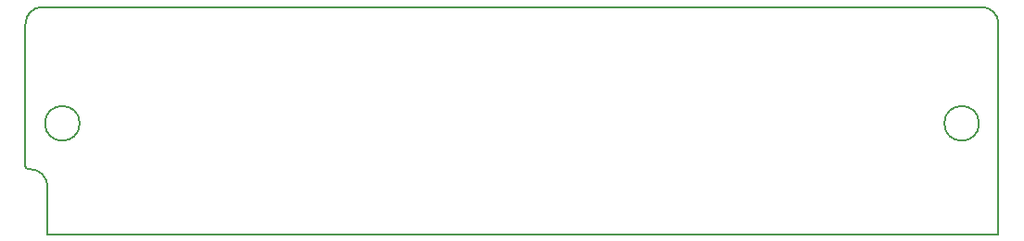
<source format=gm1>
G04 #@! TF.GenerationSoftware,KiCad,Pcbnew,(5.1.10-1-10_14)*
G04 #@! TF.CreationDate,2021-06-21T04:54:09-04:00*
G04 #@! TF.ProjectId,GW4192-SOJ,47573431-3932-42d5-934f-4a2e6b696361,1.0-SOJ*
G04 #@! TF.SameCoordinates,Original*
G04 #@! TF.FileFunction,Profile,NP*
%FSLAX46Y46*%
G04 Gerber Fmt 4.6, Leading zero omitted, Abs format (unit mm)*
G04 Created by KiCad (PCBNEW (5.1.10-1-10_14)) date 2021-06-21 04:54:09*
%MOMM*%
%LPD*%
G01*
G04 APERTURE LIST*
G04 #@! TA.AperFunction,Profile*
%ADD10C,0.200000*%
G04 #@! TD*
G04 #@! TA.AperFunction,Profile*
%ADD11C,0.150000*%
G04 #@! TD*
G04 APERTURE END LIST*
D10*
X76454000Y-95631000D02*
G75*
G02*
X76200000Y-95377000I0J254000D01*
G01*
X76200000Y-82296000D02*
G75*
G02*
X77724000Y-80772000I1524000J0D01*
G01*
X163576000Y-80772000D02*
G75*
G02*
X165100000Y-82296000I0J-1524000D01*
G01*
X76581000Y-95631000D02*
X76454000Y-95631000D01*
X78232000Y-101600000D02*
X78232000Y-97282000D01*
D11*
X81153000Y-91440000D02*
G75*
G03*
X81153000Y-91440000I-1587500J0D01*
G01*
X163322000Y-91440000D02*
G75*
G03*
X163322000Y-91440000I-1587500J0D01*
G01*
D10*
X76200000Y-95377000D02*
X76200000Y-82296000D01*
X76581000Y-95631000D02*
G75*
G02*
X78232000Y-97282000I0J-1651000D01*
G01*
X165100000Y-82296000D02*
X165100000Y-101600000D01*
X77724000Y-80772000D02*
X163576000Y-80772000D01*
X165100000Y-101600000D02*
X78232000Y-101600000D01*
M02*

</source>
